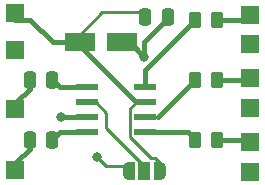
<source format=gbr>
%TF.GenerationSoftware,KiCad,Pcbnew,(6.0.5)*%
%TF.CreationDate,2022-06-14T11:23:11-03:00*%
%TF.ProjectId,Retro Video Amp,52657472-6f20-4566-9964-656f20416d70,rev?*%
%TF.SameCoordinates,Original*%
%TF.FileFunction,Copper,L1,Top*%
%TF.FilePolarity,Positive*%
%FSLAX46Y46*%
G04 Gerber Fmt 4.6, Leading zero omitted, Abs format (unit mm)*
G04 Created by KiCad (PCBNEW (6.0.5)) date 2022-06-14 11:23:11*
%MOMM*%
%LPD*%
G01*
G04 APERTURE LIST*
G04 Aperture macros list*
%AMRoundRect*
0 Rectangle with rounded corners*
0 $1 Rounding radius*
0 $2 $3 $4 $5 $6 $7 $8 $9 X,Y pos of 4 corners*
0 Add a 4 corners polygon primitive as box body*
4,1,4,$2,$3,$4,$5,$6,$7,$8,$9,$2,$3,0*
0 Add four circle primitives for the rounded corners*
1,1,$1+$1,$2,$3*
1,1,$1+$1,$4,$5*
1,1,$1+$1,$6,$7*
1,1,$1+$1,$8,$9*
0 Add four rect primitives between the rounded corners*
20,1,$1+$1,$2,$3,$4,$5,0*
20,1,$1+$1,$4,$5,$6,$7,0*
20,1,$1+$1,$6,$7,$8,$9,0*
20,1,$1+$1,$8,$9,$2,$3,0*%
%AMFreePoly0*
4,1,22,0.550000,-0.750000,0.000000,-0.750000,0.000000,-0.745033,-0.079941,-0.743568,-0.215256,-0.701293,-0.333266,-0.622738,-0.424486,-0.514219,-0.481581,-0.384460,-0.499164,-0.250000,-0.500000,-0.250000,-0.500000,0.250000,-0.499164,0.250000,-0.499963,0.256109,-0.478152,0.396186,-0.417904,0.524511,-0.324060,0.630769,-0.204165,0.706417,-0.067858,0.745374,0.000000,0.744959,0.000000,0.750000,
0.550000,0.750000,0.550000,-0.750000,0.550000,-0.750000,$1*%
%AMFreePoly1*
4,1,20,0.000000,0.744959,0.073905,0.744508,0.209726,0.703889,0.328688,0.626782,0.421226,0.519385,0.479903,0.390333,0.500000,0.250000,0.500000,-0.250000,0.499851,-0.262216,0.476331,-0.402017,0.414519,-0.529596,0.319384,-0.634700,0.198574,-0.708877,0.061801,-0.746166,0.000000,-0.745033,0.000000,-0.750000,-0.550000,-0.750000,-0.550000,0.750000,0.000000,0.750000,0.000000,0.744959,
0.000000,0.744959,$1*%
G04 Aperture macros list end*
%TA.AperFunction,SMDPad,CuDef*%
%ADD10RoundRect,0.250000X-0.250000X-0.475000X0.250000X-0.475000X0.250000X0.475000X-0.250000X0.475000X0*%
%TD*%
%TA.AperFunction,SMDPad,CuDef*%
%ADD11FreePoly0,180.000000*%
%TD*%
%TA.AperFunction,SMDPad,CuDef*%
%ADD12R,1.000000X1.500000*%
%TD*%
%TA.AperFunction,SMDPad,CuDef*%
%ADD13FreePoly1,180.000000*%
%TD*%
%TA.AperFunction,ComponentPad*%
%ADD14R,1.500000X1.500000*%
%TD*%
%TA.AperFunction,SMDPad,CuDef*%
%ADD15RoundRect,0.250000X0.262500X0.450000X-0.262500X0.450000X-0.262500X-0.450000X0.262500X-0.450000X0*%
%TD*%
%TA.AperFunction,SMDPad,CuDef*%
%ADD16RoundRect,0.250000X-1.050000X-0.550000X1.050000X-0.550000X1.050000X0.550000X-1.050000X0.550000X0*%
%TD*%
%TA.AperFunction,SMDPad,CuDef*%
%ADD17R,1.981200X0.508000*%
%TD*%
%TA.AperFunction,SMDPad,CuDef*%
%ADD18RoundRect,0.250000X-0.262500X-0.450000X0.262500X-0.450000X0.262500X0.450000X-0.262500X0.450000X0*%
%TD*%
%TA.AperFunction,ViaPad*%
%ADD19C,0.800000*%
%TD*%
%TA.AperFunction,Conductor*%
%ADD20C,0.450000*%
%TD*%
%TA.AperFunction,Conductor*%
%ADD21C,0.250000*%
%TD*%
G04 APERTURE END LIST*
D10*
%TO.P,C2,1*%
%TO.N,VCC*%
X35060000Y-16920000D03*
%TO.P,C2,2*%
%TO.N,GND*%
X36960000Y-16920000D03*
%TD*%
D11*
%TO.P,JP1,1,A*%
%TO.N,VCC*%
X36250000Y-29952500D03*
D12*
%TO.P,JP1,2,C*%
%TO.N,Net-(U1-Pad2)*%
X34950000Y-29952500D03*
D13*
%TO.P,JP1,3,B*%
%TO.N,GND*%
X33650000Y-29952500D03*
%TD*%
D14*
%TO.P,,1*%
%TO.N,GND*%
X24045000Y-19670000D03*
%TD*%
%TO.P,,1*%
%TO.N,Net-(R1-Pad2)*%
X43920000Y-16700000D03*
%TD*%
%TO.P,,1*%
%TO.N,unconnected-(C3-Pad1)*%
X24030000Y-24700000D03*
%TD*%
D15*
%TO.P,R3,1*%
%TO.N,Net-(R3-Pad1)*%
X41095300Y-27305000D03*
%TO.P,R3,2*%
%TO.N,Net-(U1-Pad5)*%
X39270300Y-27305000D03*
%TD*%
D10*
%TO.P,C4,1*%
%TO.N,unconnected-(C4-Pad1)*%
X25262800Y-27305000D03*
%TO.P,C4,2*%
%TO.N,Net-(C4-Pad2)*%
X27162800Y-27305000D03*
%TD*%
D14*
%TO.P,,1*%
%TO.N,GND*%
X43920000Y-30000000D03*
%TD*%
D16*
%TO.P,C1,1*%
%TO.N,VCC*%
X29492800Y-19050000D03*
%TO.P,C1,2*%
%TO.N,GND*%
X33092800Y-19050000D03*
%TD*%
D17*
%TO.P,U1,1,YIN*%
%TO.N,Net-(U1-Pad1)*%
X30099000Y-22860000D03*
%TO.P,U1,2,ASEL*%
%TO.N,Net-(U1-Pad2)*%
X30099000Y-24130000D03*
%TO.P,U1,3,GND*%
%TO.N,GND*%
X30099000Y-25400000D03*
%TO.P,U1,4,CIN*%
%TO.N,Net-(C4-Pad2)*%
X30099000Y-26670000D03*
%TO.P,U1,5,COUT*%
%TO.N,Net-(U1-Pad5)*%
X35026600Y-26670000D03*
%TO.P,U1,6,CVOUT*%
%TO.N,Net-(U1-Pad6)*%
X35026600Y-25400000D03*
%TO.P,U1,7,VCC*%
%TO.N,VCC*%
X35026600Y-24130000D03*
%TO.P,U1,8,YOUT*%
%TO.N,Net-(U1-Pad8)*%
X35026600Y-22860000D03*
%TD*%
D18*
%TO.P,R2,1*%
%TO.N,Net-(U1-Pad6)*%
X39270300Y-22225000D03*
%TO.P,R2,2*%
%TO.N,Net-(R2-Pad2)*%
X41095300Y-22225000D03*
%TD*%
D14*
%TO.P,,1*%
%TO.N,Net-(R3-Pad1)*%
X43920000Y-27500000D03*
%TD*%
%TO.P,,1*%
%TO.N,GND*%
X43920000Y-19200000D03*
%TD*%
%TO.P,,1*%
%TO.N,VCC*%
X24045000Y-16600000D03*
%TD*%
D18*
%TO.P,R1,1*%
%TO.N,Net-(U1-Pad8)*%
X39270300Y-17145000D03*
%TO.P,R1,2*%
%TO.N,Net-(R1-Pad2)*%
X41095300Y-17145000D03*
%TD*%
D10*
%TO.P,C3,1*%
%TO.N,unconnected-(C3-Pad1)*%
X25262800Y-22225000D03*
%TO.P,C3,2*%
%TO.N,Net-(U1-Pad1)*%
X27162800Y-22225000D03*
%TD*%
D14*
%TO.P,,1*%
%TO.N,GND*%
X43920000Y-24600000D03*
%TD*%
%TO.P,,1*%
%TO.N,unconnected-(C4-Pad1)*%
X24045000Y-29820000D03*
%TD*%
%TO.P,,1*%
%TO.N,Net-(R2-Pad2)*%
X43920000Y-22100000D03*
%TD*%
D19*
%TO.N,GND*%
X34969640Y-20279640D03*
X30940000Y-28730000D03*
X27940000Y-25400000D03*
%TD*%
D20*
%TO.N,Net-(U1-Pad8)*%
X35026600Y-21388700D02*
X35026600Y-22860000D01*
X39270300Y-17145000D02*
X35026600Y-21388700D01*
D21*
%TO.N,VCC*%
X36250000Y-29240000D02*
X36250000Y-29952500D01*
X35887989Y-28877989D02*
X36250000Y-29240000D01*
X35517989Y-28877989D02*
X35887989Y-28877989D01*
X33711489Y-27071489D02*
X35517989Y-28877989D01*
X33711489Y-24708511D02*
X33711489Y-27071489D01*
X34290000Y-24130000D02*
X33711489Y-24708511D01*
X35026600Y-24130000D02*
X34290000Y-24130000D01*
%TO.N,Net-(U1-Pad2)*%
X34950000Y-29493560D02*
X34950000Y-29952500D01*
X31750000Y-26293560D02*
X34950000Y-29493560D01*
X31750000Y-25044400D02*
X31750000Y-26293560D01*
%TO.N,GND*%
X33210300Y-29512800D02*
X33650000Y-29952500D01*
X31722800Y-29512800D02*
X33210300Y-29512800D01*
D20*
%TO.N,Net-(R1-Pad2)*%
X41095300Y-17145000D02*
X43815000Y-17145000D01*
D21*
%TO.N,Net-(U1-Pad6)*%
X36095300Y-25400000D02*
X35026600Y-25400000D01*
D20*
X39270300Y-22225000D02*
X36095300Y-25400000D01*
%TO.N,Net-(R2-Pad2)*%
X41095300Y-22225000D02*
X43815000Y-22225000D01*
%TO.N,Net-(R3-Pad1)*%
X41095300Y-27305000D02*
X43815000Y-27305000D01*
%TO.N,Net-(U1-Pad5)*%
X38635300Y-26670000D02*
X35026600Y-26670000D01*
X39270300Y-27305000D02*
X38635300Y-26670000D01*
D21*
%TO.N,GND*%
X31722800Y-29512800D02*
X30940000Y-28730000D01*
X33092800Y-19050000D02*
X33740000Y-19050000D01*
D20*
X36960000Y-17010000D02*
X36960000Y-16920000D01*
X33740000Y-19050000D02*
X34969640Y-20279640D01*
X34969640Y-19000360D02*
X36960000Y-17010000D01*
X34969640Y-20279640D02*
X34969640Y-19000360D01*
X30099000Y-25400000D02*
X27940000Y-25400000D01*
%TO.N,Net-(U1-Pad1)*%
X30099000Y-22860000D02*
X27797800Y-22860000D01*
X27797800Y-22860000D02*
X27162800Y-22225000D01*
D21*
%TO.N,Net-(U1-Pad2)*%
X30835600Y-24130000D02*
X31750000Y-25044400D01*
X30099000Y-24130000D02*
X30835600Y-24130000D01*
D20*
%TO.N,Net-(C4-Pad2)*%
X27797800Y-26670000D02*
X27162800Y-27305000D01*
X30099000Y-26670000D02*
X27797800Y-26670000D01*
%TO.N,VCC*%
X27220000Y-19035000D02*
X25315000Y-17130000D01*
D21*
X31397800Y-16510000D02*
X34610000Y-16510000D01*
D20*
X29492800Y-19332800D02*
X34290000Y-24130000D01*
X29492800Y-18415000D02*
X29492800Y-19332800D01*
X29407800Y-19035000D02*
X27220000Y-19035000D01*
X25315000Y-17130000D02*
X24045000Y-17130000D01*
D21*
X29492800Y-18415000D02*
X31397800Y-16510000D01*
D20*
%TO.N,unconnected-(C3-Pad1)*%
X25262800Y-22997200D02*
X24130000Y-24130000D01*
D21*
X25262800Y-22225000D02*
X25262800Y-22997200D01*
%TO.N,unconnected-(C4-Pad1)*%
X25262800Y-27305000D02*
X25262800Y-28077200D01*
D20*
X25262800Y-28077200D02*
X24130000Y-29210000D01*
%TD*%
M02*

</source>
